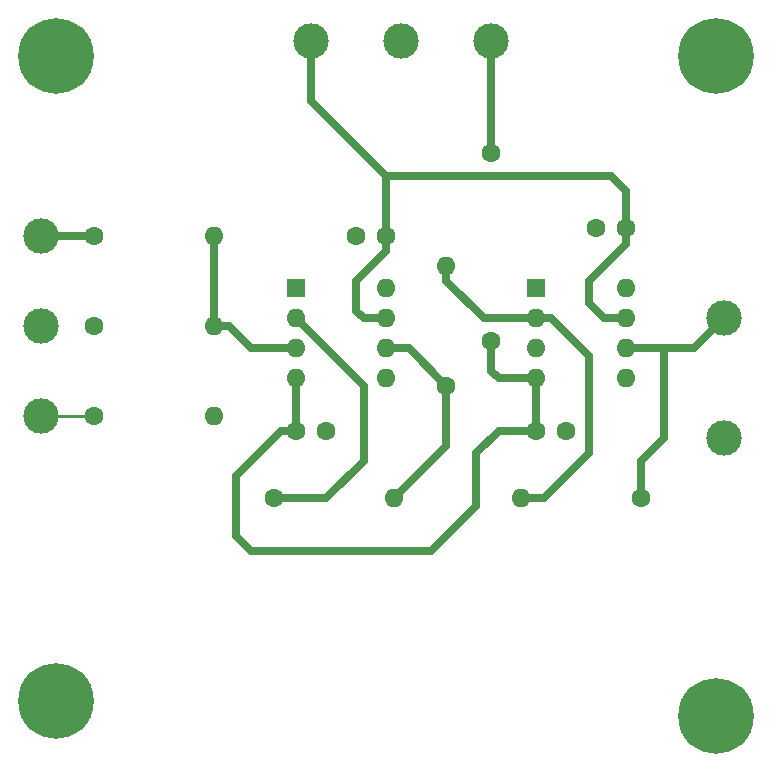
<source format=gbr>
%TF.GenerationSoftware,KiCad,Pcbnew,8.0.0-8.0.0-1~ubuntu22.04.1*%
%TF.CreationDate,2024-03-18T09:13:24-04:00*%
%TF.ProjectId,me310-diff-amp,6d653331-302d-4646-9966-662d616d702e,rev?*%
%TF.SameCoordinates,Original*%
%TF.FileFunction,Copper,L1,Top*%
%TF.FilePolarity,Positive*%
%FSLAX46Y46*%
G04 Gerber Fmt 4.6, Leading zero omitted, Abs format (unit mm)*
G04 Created by KiCad (PCBNEW 8.0.0-8.0.0-1~ubuntu22.04.1) date 2024-03-18 09:13:24*
%MOMM*%
%LPD*%
G01*
G04 APERTURE LIST*
%TA.AperFunction,ComponentPad*%
%ADD10C,1.600000*%
%TD*%
%TA.AperFunction,ComponentPad*%
%ADD11O,1.600000X1.600000*%
%TD*%
%TA.AperFunction,ComponentPad*%
%ADD12C,3.000000*%
%TD*%
%TA.AperFunction,ComponentPad*%
%ADD13C,6.400000*%
%TD*%
%TA.AperFunction,ComponentPad*%
%ADD14R,1.600000X1.600000*%
%TD*%
%TA.AperFunction,ViaPad*%
%ADD15C,1.600200*%
%TD*%
%TA.AperFunction,Conductor*%
%ADD16C,0.250000*%
%TD*%
%TA.AperFunction,Conductor*%
%ADD17C,0.635000*%
%TD*%
G04 APERTURE END LIST*
D10*
%TO.P,R4,1*%
%TO.N,GND*%
X108585000Y-102870000D03*
D11*
%TO.P,R4,2*%
%TO.N,Net-(U1-+)*%
X118745000Y-102870000D03*
%TD*%
D10*
%TO.P,R3,1*%
%TO.N,Net-(R3-Pad1)*%
X108585000Y-95250000D03*
D11*
%TO.P,R3,2*%
%TO.N,Net-(U1-+)*%
X118745000Y-95250000D03*
%TD*%
D10*
%TO.P,R6,1*%
%TO.N,Net-(R6-Pad1)*%
X154940000Y-117475000D03*
D11*
%TO.P,R6,2*%
%TO.N,Net-(U2--)*%
X144780000Y-117475000D03*
%TD*%
D12*
%TO.P,TP3,1,1*%
%TO.N,GND*%
X134620000Y-78740000D03*
%TD*%
%TO.P,TP4,1,1*%
%TO.N,Net-(R3-Pad1)*%
X104140000Y-95250000D03*
%TD*%
%TO.P,TP8,1,1*%
%TO.N,GND*%
X161925000Y-112395000D03*
%TD*%
D10*
%TO.P,C4,1*%
%TO.N,-15V*%
X146070000Y-111760000D03*
%TO.P,C4,2*%
%TO.N,GND*%
X148570000Y-111760000D03*
%TD*%
%TO.P,R1,1*%
%TO.N,Net-(R1-Pad1)*%
X108585000Y-110490000D03*
D11*
%TO.P,R1,2*%
%TO.N,Net-(U1--)*%
X118745000Y-110490000D03*
%TD*%
D13*
%TO.P,H4,1*%
%TO.N,N/C*%
X161290000Y-135890000D03*
%TD*%
%TO.P,H1,1*%
%TO.N,N/C*%
X105410000Y-80010000D03*
%TD*%
%TO.P,H3,1*%
%TO.N,N/C*%
X105410000Y-134620000D03*
%TD*%
D12*
%TO.P,TP5,1,1*%
%TO.N,Net-(R1-Pad1)*%
X104140000Y-110490000D03*
%TD*%
D14*
%TO.P,U1,1,NULL*%
%TO.N,unconnected-(U1-NULL-Pad1)*%
X125740000Y-99705000D03*
D11*
%TO.P,U1,2,-*%
%TO.N,Net-(U1--)*%
X125740000Y-102245000D03*
%TO.P,U1,3,+*%
%TO.N,Net-(U1-+)*%
X125740000Y-104785000D03*
%TO.P,U1,4,V-*%
%TO.N,-15V*%
X125740000Y-107325000D03*
%TO.P,U1,5,NULL*%
%TO.N,unconnected-(U1-NULL-Pad5)*%
X133360000Y-107325000D03*
%TO.P,U1,6*%
%TO.N,Net-(R2-Pad2)*%
X133360000Y-104785000D03*
%TO.P,U1,7,V+*%
%TO.N,+15V*%
X133360000Y-102245000D03*
%TO.P,U1,8,NC*%
%TO.N,unconnected-(U1-NC-Pad8)*%
X133360000Y-99705000D03*
%TD*%
D10*
%TO.P,R2,1*%
%TO.N,Net-(U1--)*%
X123825000Y-117475000D03*
D11*
%TO.P,R2,2*%
%TO.N,Net-(R2-Pad2)*%
X133985000Y-117475000D03*
%TD*%
D12*
%TO.P,TP6,1,1*%
%TO.N,GND*%
X104140000Y-102870000D03*
%TD*%
D14*
%TO.P,U2,1,NULL*%
%TO.N,unconnected-(U2-NULL-Pad1)*%
X146060000Y-99705000D03*
D11*
%TO.P,U2,2,-*%
%TO.N,Net-(U2--)*%
X146060000Y-102245000D03*
%TO.P,U2,3,+*%
%TO.N,GND*%
X146060000Y-104785000D03*
%TO.P,U2,4,V-*%
%TO.N,-15V*%
X146060000Y-107325000D03*
%TO.P,U2,5,NULL*%
%TO.N,unconnected-(U2-NULL-Pad5)*%
X153680000Y-107325000D03*
%TO.P,U2,6*%
%TO.N,Net-(R6-Pad1)*%
X153680000Y-104785000D03*
%TO.P,U2,7,V+*%
%TO.N,+15V*%
X153680000Y-102245000D03*
%TO.P,U2,8,NC*%
%TO.N,unconnected-(U2-NC-Pad8)*%
X153680000Y-99705000D03*
%TD*%
D12*
%TO.P,TP2,1,1*%
%TO.N,-15V*%
X142240000Y-78740000D03*
%TD*%
D13*
%TO.P,H2,1*%
%TO.N,N/C*%
X161290000Y-80010000D03*
%TD*%
D12*
%TO.P,TP1,1,1*%
%TO.N,+15V*%
X127000000Y-78740000D03*
%TD*%
D10*
%TO.P,C3,1*%
%TO.N,-15V*%
X125750000Y-111760000D03*
%TO.P,C3,2*%
%TO.N,GND*%
X128250000Y-111760000D03*
%TD*%
%TO.P,R5,1*%
%TO.N,Net-(R2-Pad2)*%
X138430000Y-107950000D03*
D11*
%TO.P,R5,2*%
%TO.N,Net-(U2--)*%
X138430000Y-97790000D03*
%TD*%
D10*
%TO.P,C1,1*%
%TO.N,+15V*%
X133330000Y-95250000D03*
%TO.P,C1,2*%
%TO.N,GND*%
X130830000Y-95250000D03*
%TD*%
D12*
%TO.P,TP7,1,1*%
%TO.N,Net-(R6-Pad1)*%
X161925000Y-102235000D03*
%TD*%
D10*
%TO.P,C2,1*%
%TO.N,+15V*%
X153650000Y-94615000D03*
%TO.P,C2,2*%
%TO.N,GND*%
X151150000Y-94615000D03*
%TD*%
D15*
%TO.N,-15V*%
X142240000Y-104140000D03*
X142240000Y-88265000D03*
%TD*%
D16*
%TO.N,Net-(R1-Pad1)*%
X108585000Y-110490000D02*
X104140000Y-110490000D01*
D17*
%TO.N,+15V*%
X127000000Y-78740000D02*
X127000000Y-83820000D01*
X151775000Y-102245000D02*
X153680000Y-102245000D01*
X127000000Y-83820000D02*
X133350000Y-90170000D01*
X153650000Y-94615000D02*
X153650000Y-95905000D01*
X130810000Y-99060000D02*
X130810000Y-101600000D01*
X133350000Y-90170000D02*
X133330000Y-90190000D01*
X130810000Y-101600000D02*
X131455000Y-102245000D01*
X131455000Y-102245000D02*
X133360000Y-102245000D01*
X153670000Y-91440000D02*
X153650000Y-91460000D01*
X150495000Y-99060000D02*
X150495000Y-100965000D01*
X150495000Y-100965000D02*
X151775000Y-102245000D01*
X133330000Y-90190000D02*
X133330000Y-95250000D01*
X152400000Y-90170000D02*
X153670000Y-91440000D01*
X133330000Y-95250000D02*
X133330000Y-96540000D01*
X153650000Y-91460000D02*
X153650000Y-94615000D01*
X133330000Y-96540000D02*
X130810000Y-99060000D01*
X153650000Y-95905000D02*
X150495000Y-99060000D01*
X133350000Y-90170000D02*
X152400000Y-90170000D01*
%TO.N,-15V*%
X137160000Y-121920000D02*
X140970000Y-118110000D01*
X140970000Y-118110000D02*
X140970000Y-113665000D01*
X120650000Y-120650000D02*
X121920000Y-121920000D01*
X142240000Y-104140000D02*
X142240000Y-106680000D01*
X121920000Y-121920000D02*
X137160000Y-121920000D01*
X142240000Y-78740000D02*
X142240000Y-88265000D01*
X140970000Y-113665000D02*
X142875000Y-111760000D01*
X125750000Y-111760000D02*
X124460000Y-111760000D01*
X142885000Y-107325000D02*
X146060000Y-107325000D01*
X142875000Y-111760000D02*
X146070000Y-111760000D01*
X120650000Y-115570000D02*
X120650000Y-120650000D01*
X124460000Y-111760000D02*
X120650000Y-115570000D01*
X125750000Y-111760000D02*
X125750000Y-107335000D01*
X125750000Y-107335000D02*
X125740000Y-107325000D01*
X146070000Y-107335000D02*
X146060000Y-107325000D01*
X146070000Y-111760000D02*
X146070000Y-107335000D01*
X142240000Y-106680000D02*
X142885000Y-107325000D01*
%TO.N,Net-(U1--)*%
X131445000Y-114300000D02*
X131445000Y-107950000D01*
X131445000Y-107950000D02*
X125740000Y-102245000D01*
X123825000Y-117475000D02*
X128270000Y-117475000D01*
X128270000Y-117475000D02*
X131445000Y-114300000D01*
%TO.N,Net-(R2-Pad2)*%
X133985000Y-117475000D02*
X138430000Y-113030000D01*
X138430000Y-113030000D02*
X138430000Y-107950000D01*
X135265000Y-104785000D02*
X138430000Y-107950000D01*
X133360000Y-104785000D02*
X135265000Y-104785000D01*
%TO.N,Net-(R3-Pad1)*%
X104140000Y-95250000D02*
X108585000Y-95250000D01*
%TO.N,Net-(U1-+)*%
X118745000Y-95250000D02*
X118745000Y-102870000D01*
X118745000Y-102870000D02*
X120015000Y-102870000D01*
X121930000Y-104785000D02*
X125740000Y-104785000D01*
X120015000Y-102870000D02*
X121930000Y-104785000D01*
%TO.N,Net-(U2--)*%
X141615000Y-102245000D02*
X146060000Y-102245000D01*
X144780000Y-117475000D02*
X146685000Y-117475000D01*
X146685000Y-117475000D02*
X150495000Y-113665000D01*
X147330000Y-102245000D02*
X146060000Y-102245000D01*
X150495000Y-105410000D02*
X147330000Y-102245000D01*
X150495000Y-113665000D02*
X150495000Y-105410000D01*
X138430000Y-97790000D02*
X138430000Y-99060000D01*
X138430000Y-99060000D02*
X141615000Y-102245000D01*
%TO.N,Net-(R6-Pad1)*%
X156845000Y-112395000D02*
X156845000Y-104785000D01*
X153680000Y-104785000D02*
X156845000Y-104785000D01*
X154940000Y-117475000D02*
X154940000Y-114300000D01*
X156845000Y-104785000D02*
X159375000Y-104785000D01*
X154940000Y-114300000D02*
X156845000Y-112395000D01*
X159375000Y-104785000D02*
X161925000Y-102235000D01*
%TD*%
M02*

</source>
